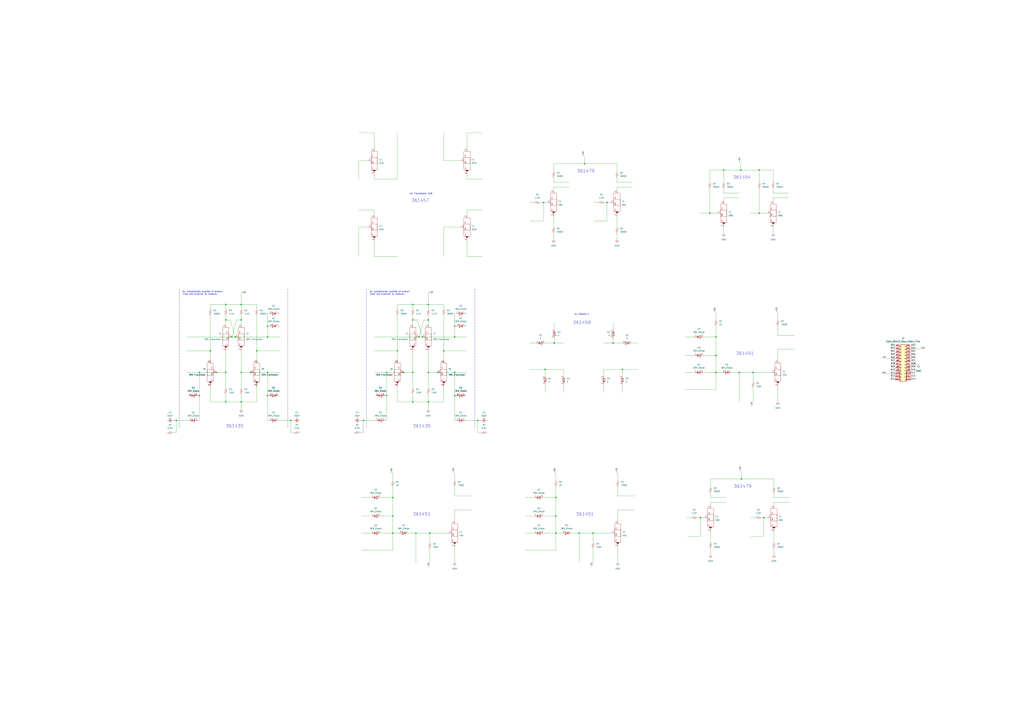
<source format=kicad_sch>
(kicad_sch (version 20211123) (generator eeschema)
  (paper "A1")
  (lib_symbols
    (symbol "Connector_Generic:Conn_02x12_Row_Letter_First" (pin_names (offset 1.016) hide)
      (property "Reference" "J" (at 1.27 15.24 0))
      (property "Value" "Conn_02x12_Row_Letter_First" (at 1.27 -17.78 0))
      (symbol "Conn_02x12_Row_Letter_First_1_1"
        (pin passive line (at -5.08 12.7 0) (length 3.81) (name "Pin_a1") (number "a1"))
        (pin passive line (at -5.08 -10.16 0) (length 3.81) (name "Pin_a10") (number "a10"))
        (pin passive line (at -5.08 -12.7 0) (length 3.81) (name "Pin_a11") (number "a11"))
        (pin passive line (at -5.08 -15.24 0) (length 3.81) (name "Pin_a12") (number "a12"))
        (pin passive line (at -5.08 10.16 0) (length 3.81) (name "Pin_a2") (number "a2"))
        (pin passive line (at -5.08 7.62 0) (length 3.81) (name "Pin_a3") (number "a3"))
        (pin passive line (at -5.08 5.08 0) (length 3.81) (name "Pin_a4") (number "a4"))
        (pin passive line (at -5.08 2.54 0) (length 3.81) (name "Pin_a5") (number "a5"))
        (pin passive line (at -5.08 0 0) (length 3.81) (name "Pin_a6") (number "a6"))
        (pin passive line (at -5.08 -2.54 0) (length 3.81) (name "Pin_a7") (number "a7"))
        (pin passive line (at -5.08 -5.08 0) (length 3.81) (name "Pin_a8") (number "a8"))
        (pin passive line (at -5.08 -7.62 0) (length 3.81) (name "Pin_a9") (number "a9"))
        (pin passive line (at 7.62 12.7 180) (length 3.81) (name "Pin_b1") (number "b1"))
        (pin passive line (at 7.62 -10.16 180) (length 3.81) (name "Pin_b10") (number "b10"))
        (pin passive line (at 7.62 -12.7 180) (length 3.81) (name "Pin_b11") (number "b11"))
        (pin passive line (at 7.62 -15.24 180) (length 3.81) (name "Pin_b12") (number "b12"))
        (pin passive line (at 7.62 10.16 180) (length 3.81) (name "Pin_b2") (number "b2"))
        (pin passive line (at 7.62 7.62 180) (length 3.81) (name "Pin_b3") (number "b3"))
        (pin passive line (at 7.62 5.08 180) (length 3.81) (name "Pin_b4") (number "b4"))
        (pin passive line (at 7.62 2.54 180) (length 3.81) (name "Pin_b5") (number "b5"))
        (pin passive line (at 7.62 0 180) (length 3.81) (name "Pin_b6") (number "b6"))
        (pin passive line (at 7.62 -2.54 180) (length 3.81) (name "Pin_b7") (number "b7"))
        (pin passive line (at 7.62 -5.08 180) (length 3.81) (name "Pin_b8") (number "b8"))
        (pin passive line (at 7.62 -7.62 180) (length 3.81) (name "Pin_b9") (number "b9"))
      )
    )
    (symbol "Device:C_Small" (pin_numbers hide) (pin_names (offset 0.254) hide)
      (property "Reference" "C" (at 0.254 1.778 0))
      (property "Value" "C_Small" (at 0.254 -2.032 0))
      (symbol "C_Small_1_1"
        (pin passive line (at 0 2.54 270) (length 2.032) (name "~") (number "1"))
        (pin passive line (at 0 -2.54 90) (length 2.032) (name "~") (number "2"))
      )
    )
    (symbol "Device:R_Small_US" (pin_numbers hide) (pin_names (offset 0.254) hide)
      (property "Reference" "R" (at 0.762 0.508 0))
      (property "Value" "R_Small_US" (at 0.762 -1.016 0))
      (symbol "R_Small_US_1_1"
        (pin passive line (at 0 2.54 270) (length 1.016) (name "~") (number "1"))
        (pin passive line (at 0 -2.54 90) (length 1.016) (name "~") (number "2"))
      )
    )
    (symbol "IBM_SLT-SLD:IBM_Diode"
      (property "Reference" "D" (at 0 5.08 0))
      (property "Value" "IBM_Diode" (at 0 2.54 0))
      (symbol "IBM_Diode_1_1"
        (pin passive line (at -3.81 0 0) (length 2.54) (name "K") (number "1"))
        (pin passive line (at 3.81 0 180) (length 2.54) (name "A") (number "2"))
      )
    )
    (symbol "IBM_SLT-SLD:IBM_Transistor"
      (property "Reference" "T" (at 0 5.08 0))
      (property "Value" "IBM_Transistor" (at 7.62 8.89 0))
      (symbol "IBM_Transistor_0_0"
        (text "B" (at -1.27 -1.27 0) (effects (font (size 1.27 1.27))))
        (text "C" (at -1.27 3.81 0) (effects (font (size 1.27 1.27))))
        (text "E" (at -1.27 -6.35 0) (effects (font (size 1.27 1.27))))
      )
      (symbol "IBM_Transistor_1_1"
        (pin passive line (at -5.08 0 0) (length 2.54) (name "B") (number "1"))
        (pin passive line (at 0 -11.43 90) (length 2.54) (name "E") (number "2"))
        (pin passive line (at 0 10.16 270) (length 2.54) (name "C") (number "3"))
      )
    )
    (symbol "power:GND" (power) (pin_names (offset 0))
      (property "Value" "GND" (at 0 -3.81 0))
      (symbol "GND_1_1"
        (pin power_in line (at 0 0 270) (length 0) hide (name "GND") (number "1"))
      )
    )
  )
  (junction (at 575.31 425.45))
  (junction (at 480.06 134.62))
  (junction (at 177.8 306.07))
  (junction (at 219.71 306.07))
  (junction (at 346.71 276.86))
  (junction (at 317.5 306.07))
  (junction (at 322.58 408.94))
  (junction (at 322.58 438.15))
  (junction (at 373.38 306.07))
  (junction (at 144.78 345.44))
  (junction (at 331.47 306.07))
  (junction (at 219.71 267.97))
  (junction (at 339.09 250.19))
  (junction (at 198.12 330.2))
  (junction (at 456.565 424.18))
  (junction (at 359.41 306.07))
  (junction (at 588.01 306.07))
  (junction (at 322.58 424.18))
  (junction (at 317.5 325.12))
  (junction (at 498.475 166.37))
  (junction (at 588.01 276.86))
  (junction (at 219.71 276.86))
  (junction (at 210.82 288.2832))
  (junction (at 351.79 306.07))
  (junction (at 351.79 250.19))
  (junction (at 608.33 139.7))
  (junction (at 238.76 345.44))
  (junction (at 475.615 438.15))
  (junction (at 487.045 438.15))
  (junction (at 392.43 345.44))
  (junction (at 582.93 175.26))
  (junction (at 446.405 166.37))
  (junction (at 298.45 345.44))
  (junction (at 351.79 330.2))
  (junction (at 455.295 281.94))
  (junction (at 185.42 250.19))
  (junction (at 339.09 262.89))
  (junction (at 503.555 281.94))
  (junction (at 344.17 276.86))
  (junction (at 185.42 262.89))
  (junction (at 351.79 262.89))
  (junction (at 594.36 139.7))
  (junction (at 364.49 288.2832))
  (junction (at 341.63 438.15))
  (junction (at 608.965 393.7))
  (junction (at 219.71 325.12))
  (junction (at 373.38 276.86))
  (junction (at 623.57 139.7))
  (junction (at 193.04 276.86))
  (junction (at 627.38 425.45))
  (junction (at 373.38 325.12))
  (junction (at 623.57 175.26))
  (junction (at 373.38 267.97))
  (junction (at 198.12 306.07))
  (junction (at 456.565 408.94))
  (junction (at 511.175 303.53))
  (junction (at 185.42 306.07))
  (junction (at 607.06 306.07))
  (junction (at 205.74 306.07))
  (junction (at 353.06 438.15))
  (junction (at 447.675 303.53))
  (junction (at 588.01 292.1))
  (junction (at 172.72 288.29))
  (junction (at 326.39 288.29))
  (junction (at 456.565 438.15))
  (junction (at 190.5 276.86))
  (junction (at 163.83 325.12))
  (junction (at 185.42 330.2))
  (junction (at 198.12 250.19))
  (junction (at 618.49 306.07))
  (junction (at 198.12 262.89))
  (junction (at 163.83 306.07))
  (junction (at 339.09 330.2))
  (junction (at 339.09 306.07))
  (wire (pts (xy 498.475 166.37) (xy 501.65 166.37)))
  (wire (pts (xy 351.79 306.07) (xy 351.79 318.77)))
  (wire (pts (xy 351.79 288.29) (xy 351.79 306.07)))
  (wire (pts (xy 351.79 262.89) (xy 351.79 266.7)))
  (wire (pts (xy 373.38 306.07) (xy 383.54 306.07)))
  (wire (pts (xy 507.365 407.67) (xy 521.335 407.67)))
  (wire (pts (xy 487.045 438.15) (xy 487.045 445.77)))
  (wire (pts (xy 469.265 438.15) (xy 475.615 438.15)))
  (wire (pts (xy 495.935 308.61) (xy 495.935 303.53)))
  (wire (pts (xy 507.365 400.05) (xy 507.365 407.67)))
  (wire (pts (xy 205.74 306.07) (xy 219.71 306.07)))
  (wire (pts (xy 210.82 330.2) (xy 198.12 330.2)))
  (wire (pts (xy 456.565 408.94) (xy 446.405 408.94)))
  (wire (pts (xy 297.18 424.18) (xy 304.8 424.18)))
  (wire (pts (xy 172.72 288.29) (xy 172.72 295.91)))
  (wire (pts (xy 373.38 267.97) (xy 374.65 267.97)))
  (wire (pts (xy 373.38 257.81) (xy 373.38 267.97)))
  (wire (pts (xy 198.12 306.07) (xy 198.12 318.77)))
  (wire (pts (xy 638.81 317.5) (xy 638.81 330.2)))
  (wire (pts (xy 339.09 323.85) (xy 339.09 330.2)))
  (wire (pts (xy 638.81 295.91) (xy 638.81 287.02)))
  (wire (pts (xy 454.66 156.21) (xy 454.66 153.67)))
  (wire (pts (xy 454.66 153.67) (xy 467.36 153.67)))
  (polyline (pts (xy 236.22 237.49) (xy 236.22 351.79)))
  (wire (pts (xy 351.79 250.19) (xy 351.79 254)))
  (wire (pts (xy 373.38 257.81) (xy 374.65 257.81)))
  (wire (pts (xy 607.06 330.2) (xy 607.06 306.07)))
  (wire (pts (xy 562.61 320.04) (xy 588.01 320.04)))
  (wire (pts (xy 456.565 388.62) (xy 456.565 394.97)))
  (wire (pts (xy 312.42 438.15) (xy 322.58 438.15)))
  (wire (pts (xy 172.72 330.2) (xy 172.72 317.5)))
  (wire (pts (xy 219.71 306.07) (xy 229.87 306.07)))
  (wire (pts (xy 562.61 292.1) (xy 570.23 292.1)))
  (wire (pts (xy 748.03 299.72) (xy 754.38 299.72)))
  (wire (pts (xy 583.565 393.7) (xy 608.965 393.7)))
  (wire (pts (xy 326.39 288.29) (xy 326.39 295.91)))
  (wire (pts (xy 594.36 139.7) (xy 594.36 149.86)))
  (wire (pts (xy 487.045 438.15) (xy 502.285 438.15)))
  (wire (pts (xy 335.28 438.15) (xy 341.63 438.15)))
  (wire (pts (xy 307.34 172.72) (xy 307.34 176.53)))
  (wire (pts (xy 295.91 355.6) (xy 298.45 355.6)))
  (wire (pts (xy 322.58 400.05) (xy 322.58 408.94)))
  (wire (pts (xy 495.935 316.23) (xy 495.935 322.58)))
  (wire (pts (xy 185.42 306.07) (xy 185.42 288.29)))
  (wire (pts (xy 307.34 288.29) (xy 326.39 288.29)))
  (wire (pts (xy 298.45 345.44) (xy 295.91 345.44)))
  (wire (pts (xy 228.6 257.81) (xy 229.87 257.81)))
  (wire (pts (xy 353.06 438.15) (xy 368.3 438.15)))
  (wire (pts (xy 382.27 257.81) (xy 383.54 257.81)))
  (wire (pts (xy 627.38 425.45) (xy 630.555 425.45)))
  (wire (pts (xy 456.565 438.15) (xy 461.645 438.15)))
  (wire (pts (xy 339.09 262.89) (xy 342.9 262.89)))
  (wire (pts (xy 608.965 387.35) (xy 608.965 393.7)))
  (wire (pts (xy 498.475 181.61) (xy 498.475 166.37)))
  (wire (pts (xy 487.68 166.37) (xy 491.49 166.37)))
  (wire (pts (xy 351.79 241.3) (xy 351.79 250.19)))
  (wire (pts (xy 583.565 415.29) (xy 583.565 412.75)))
  (wire (pts (xy 189.23 262.89) (xy 193.04 276.86)))
  (wire (pts (xy 454.66 177.8) (xy 454.66 186.69)))
  (wire (pts (xy 638.81 275.59) (xy 652.78 275.59)))
  (wire (pts (xy 198.12 250.19) (xy 198.12 254)))
  (wire (pts (xy 434.975 166.37) (xy 438.785 166.37)))
  (wire (pts (xy 507.365 449.58) (xy 507.365 462.28)))
  (wire (pts (xy 210.82 259.08) (xy 210.82 288.2832)))
  (wire (pts (xy 198.12 306.07) (xy 205.74 306.07)))
  (wire (pts (xy 383.54 172.72) (xy 396.24 172.72)))
  (wire (pts (xy 342.9 262.89) (xy 346.71 276.86)))
  (wire (pts (xy 446.405 438.15) (xy 456.565 438.15)))
  (wire (pts (xy 228.6 267.97) (xy 229.87 267.97)))
  (wire (pts (xy 635.635 393.7) (xy 635.635 400.05)))
  (wire (pts (xy 635 165.1) (xy 635 162.56)))
  (wire (pts (xy 198.12 262.89) (xy 194.31 262.89)))
  (wire (pts (xy 588.01 320.04) (xy 588.01 306.07)))
  (wire (pts (xy 431.165 408.94) (xy 438.785 408.94)))
  (wire (pts (xy 210.82 288.2832) (xy 210.82 295.91)))
  (wire (pts (xy 198.12 330.2) (xy 185.42 330.2)))
  (wire (pts (xy 294.64 210.82) (xy 294.64 186.69)))
  (wire (pts (xy 219.71 257.81) (xy 220.98 257.81)))
  (wire (pts (xy 487.68 181.61) (xy 498.475 181.61)))
  (wire (pts (xy 373.38 306.07) (xy 373.38 325.12)))
  (wire (pts (xy 564.515 440.69) (xy 575.31 440.69)))
  (wire (pts (xy 456.565 452.12) (xy 456.565 438.15)))
  (wire (pts (xy 219.71 345.44) (xy 220.98 345.44)))
  (wire (pts (xy 507.365 388.62) (xy 507.365 394.97)))
  (wire (pts (xy 193.04 276.86) (xy 219.71 276.86)))
  (wire (pts (xy 583.565 455.93) (xy 583.565 450.85)))
  (wire (pts (xy 635.635 450.85) (xy 635.635 455.93)))
  (wire (pts (xy 373.38 388.62) (xy 373.38 394.97)))
  (wire (pts (xy 456.565 424.18) (xy 456.565 438.15)))
  (wire (pts (xy 588.01 256.54) (xy 588.01 262.89)))
  (wire (pts (xy 219.71 306.07) (xy 219.71 325.12)))
  (wire (pts (xy 623.57 139.7) (xy 623.57 149.86)))
  (wire (pts (xy 163.83 325.12) (xy 162.56 325.12)))
  (wire (pts (xy 446.405 166.37) (xy 449.58 166.37)))
  (wire (pts (xy 487.045 450.85) (xy 487.045 462.28)))
  (wire (pts (xy 317.5 345.44) (xy 316.23 345.44)))
  (polyline (pts (xy 300.99 237.49) (xy 300.99 351.79)))
  (wire (pts (xy 443.865 166.37) (xy 446.405 166.37)))
  (wire (pts (xy 339.09 262.89) (xy 339.09 266.7)))
  (wire (pts (xy 163.83 306.07) (xy 163.83 325.12)))
  (wire (pts (xy 153.67 288.29) (xy 172.72 288.29)))
  (wire (pts (xy 297.18 408.94) (xy 304.8 408.94)))
  (wire (pts (xy 185.42 262.89) (xy 185.42 266.7)))
  (wire (pts (xy 582.93 139.7) (xy 594.36 139.7)))
  (wire (pts (xy 351.79 262.89) (xy 347.98 262.89)))
  (wire (pts (xy 219.71 257.81) (xy 219.71 267.97)))
  (wire (pts (xy 434.975 281.94) (xy 440.055 281.94)))
  (wire (pts (xy 307.34 198.12) (xy 307.34 210.82)))
  (wire (pts (xy 383.54 210.82) (xy 396.24 210.82)))
  (wire (pts (xy 185.42 259.08) (xy 185.42 262.89)))
  (wire (pts (xy 635.635 412.75) (xy 648.335 412.75)))
  (wire (pts (xy 456.565 408.94) (xy 456.565 424.18)))
  (wire (pts (xy 351.79 330.2) (xy 351.79 336.55)))
  (wire (pts (xy 455.295 281.94) (xy 462.915 281.94)))
  (wire (pts (xy 353.06 438.15) (xy 353.06 445.77)))
  (wire (pts (xy 347.98 262.89) (xy 344.17 276.86)))
  (wire (pts (xy 198.12 262.89) (xy 198.12 266.7)))
  (wire (pts (xy 172.72 259.08) (xy 172.72 288.29)))
  (wire (pts (xy 307.34 121.92) (xy 307.34 109.22)))
  (wire (pts (xy 511.175 281.94) (xy 503.555 281.94)))
  (wire (pts (xy 373.38 427.99) (xy 373.38 419.1)))
  (wire (pts (xy 185.42 323.85) (xy 185.42 330.2)))
  (wire (pts (xy 339.09 306.07) (xy 339.09 288.29)))
  (wire (pts (xy 431.165 438.15) (xy 438.785 438.15)))
  (wire (pts (xy 455.295 265.43) (xy 455.295 270.51)))
  (wire (pts (xy 511.175 316.23) (xy 511.175 322.58)))
  (wire (pts (xy 383.54 176.53) (xy 383.54 172.72)))
  (wire (pts (xy 635.635 415.29) (xy 635.635 412.75)))
  (wire (pts (xy 594.36 139.7) (xy 608.33 139.7)))
  (wire (pts (xy 198.12 323.85) (xy 198.12 330.2)))
  (wire (pts (xy 364.49 259.08) (xy 364.49 288.2832)))
  (wire (pts (xy 435.61 181.61) (xy 446.405 181.61)))
  (wire (pts (xy 373.38 407.67) (xy 387.35 407.67)))
  (wire (pts (xy 373.38 400.05) (xy 373.38 407.67)))
  (wire (pts (xy 588.01 292.1) (xy 577.85 292.1)))
  (wire (pts (xy 577.85 306.07) (xy 588.01 306.07)))
  (wire (pts (xy 210.82 250.19) (xy 210.82 254)))
  (wire (pts (xy 307.34 147.32) (xy 326.39 147.32)))
  (wire (pts (xy 575.31 175.26) (xy 582.93 175.26)))
  (wire (pts (xy 144.78 345.44) (xy 154.94 345.44)))
  (wire (pts (xy 373.38 419.1) (xy 387.35 419.1)))
  (wire (pts (xy 635 139.7) (xy 635 149.86)))
  (wire (pts (xy 307.34 143.51) (xy 307.34 147.32)))
  (wire (pts (xy 382.27 267.97) (xy 383.54 267.97)))
  (wire (pts (xy 339.09 330.2) (xy 326.39 330.2)))
  (wire (pts (xy 364.49 132.08) (xy 364.49 109.22)))
  (wire (pts (xy 523.875 303.53) (xy 511.175 303.53)))
  (wire (pts (xy 447.675 316.23) (xy 447.675 322.58)))
  (wire (pts (xy 462.915 316.23) (xy 462.915 322.58)))
  (wire (pts (xy 446.405 181.61) (xy 446.405 166.37)))
  (wire (pts (xy 144.78 355.6) (xy 144.78 345.44)))
  (wire (pts (xy 594.36 154.94) (xy 594.36 158.75)))
  (wire (pts (xy 198.12 288.29) (xy 198.12 306.07)))
  (wire (pts (xy 562.61 276.86) (xy 570.23 276.86)))
  (wire (pts (xy 635.635 408.94) (xy 648.335 408.94)))
  (wire (pts (xy 317.5 325.12) (xy 316.23 325.12)))
  (wire (pts (xy 511.175 303.53) (xy 511.175 308.61)))
  (wire (pts (xy 431.165 452.12) (xy 456.565 452.12)))
  (wire (pts (xy 594.36 162.56) (xy 607.06 162.56)))
  (wire (pts (xy 618.49 306.07) (xy 618.49 313.69)))
  (wire (pts (xy 373.38 325.12) (xy 373.38 345.44)))
  (wire (pts (xy 594.36 158.75) (xy 607.06 158.75)))
  (wire (pts (xy 638.81 267.97) (xy 638.81 275.59)))
  (wire (pts (xy 326.39 250.19) (xy 339.09 250.19)))
  (wire (pts (xy 618.49 306.07) (xy 633.73 306.07)))
  (wire (pts (xy 625.475 425.45) (xy 627.38 425.45)))
  (wire (pts (xy 588.01 292.1) (xy 588.01 306.07)))
  (wire (pts (xy 447.675 303.53) (xy 447.675 308.61)))
  (wire (pts (xy 307.34 210.82) (xy 326.39 210.82)))
  (wire (pts (xy 583.565 412.75) (xy 596.265 412.75)))
  (wire (pts (xy 480.06 128.27) (xy 480.06 134.62)))
  (wire (pts (xy 373.38 267.97) (xy 373.38 276.86)))
  (wire (pts (xy 635.635 405.13) (xy 635.635 408.94)))
  (wire (pts (xy 506.73 191.77) (xy 506.73 196.85)))
  (wire (pts (xy 503.555 278.13) (xy 503.555 281.94)))
  (wire (pts (xy 307.34 306.07) (xy 317.5 306.07)))
  (wire (pts (xy 506.73 156.21) (xy 506.73 153.67)))
  (wire (pts (xy 454.66 140.97) (xy 454.66 134.62)))
  (wire (pts (xy 331.47 306.07) (xy 339.09 306.07)))
  (wire (pts (xy 582.93 175.26) (xy 589.28 175.26)))
  (wire (pts (xy 562.61 306.07) (xy 570.23 306.07)))
  (wire (pts (xy 364.49 186.69) (xy 364.49 210.82)))
  (wire (pts (xy 297.18 452.12) (xy 322.58 452.12)))
  (wire (pts (xy 219.71 276.86) (xy 229.87 276.86)))
  (wire (pts (xy 635 162.56) (xy 647.7 162.56)))
  (wire (pts (xy 351.79 306.07) (xy 359.41 306.07)))
  (wire (pts (xy 317.5 306.07) (xy 331.47 306.07)))
  (wire (pts (xy 210.82 317.5) (xy 210.82 330.2)))
  (wire (pts (xy 373.38 276.86) (xy 383.54 276.86)))
  (wire (pts (xy 518.795 281.94) (xy 523.875 281.94)))
  (wire (pts (xy 506.73 146.05) (xy 506.73 149.86)))
  (wire (pts (xy 185.42 250.19) (xy 198.12 250.19)))
  (wire (pts (xy 341.63 462.28) (xy 341.63 438.15)))
  (wire (pts (xy 326.39 330.2) (xy 326.39 317.5)))
  (wire (pts (xy 172.72 250.19) (xy 172.72 254)))
  (wire (pts (xy 172.72 250.19) (xy 185.42 250.19)))
  (wire (pts (xy 297.18 438.15) (xy 304.8 438.15)))
  (wire (pts (xy 351.79 259.08) (xy 351.79 262.89)))
  (wire (pts (xy 294.64 172.72) (xy 307.34 172.72)))
  (wire (pts (xy 298.45 355.6) (xy 298.45 345.44)))
  (wire (pts (xy 392.43 345.44) (xy 394.97 345.44)))
  (wire (pts (xy 294.64 186.69) (xy 302.26 186.69)))
  (wire (pts (xy 163.83 345.44) (xy 162.56 345.44)))
  (wire (pts (xy 351.79 323.85) (xy 351.79 330.2)))
  (wire (pts (xy 194.31 262.89) (xy 190.5 276.86)))
  (wire (pts (xy 382.27 345.44) (xy 392.43 345.44)))
  (wire (pts (xy 623.57 175.26) (xy 629.92 175.26)))
  (wire (pts (xy 326.39 147.32) (xy 326.39 109.22)))
  (wire (pts (xy 462.915 308.61) (xy 462.915 303.53)))
  (wire (pts (xy 563.88 425.45) (xy 567.69 425.45)))
  (wire (pts (xy 307.34 276.86) (xy 344.17 276.86)))
  (wire (pts (xy 748.03 287.02) (xy 755.65 287.02)))
  (wire (pts (xy 219.71 267.97) (xy 220.98 267.97)))
  (wire (pts (xy 608.965 393.7) (xy 635.635 393.7)))
  (wire (pts (xy 607.06 306.07) (xy 618.49 306.07)))
  (wire (pts (xy 346.71 276.86) (xy 373.38 276.86)))
  (wire (pts (xy 322.58 452.12) (xy 322.58 438.15)))
  (wire (pts (xy 378.46 186.69) (xy 364.49 186.69)))
  (wire (pts (xy 454.66 134.62) (xy 480.06 134.62)))
  (wire (pts (xy 511.175 303.53) (xy 495.935 303.53)))
  (wire (pts (xy 575.31 425.45) (xy 578.485 425.45)))
  (wire (pts (xy 322.58 424.18) (xy 322.58 438.15)))
  (wire (pts (xy 353.06 450.85) (xy 353.06 462.28)))
  (wire (pts (xy 198.12 241.3) (xy 198.12 250.19)))
  (wire (pts (xy 351.79 330.2) (xy 339.09 330.2)))
  (wire (pts (xy 475.615 462.28) (xy 475.615 438.15)))
  (wire (pts (xy 635 158.75) (xy 647.7 158.75)))
  (wire (pts (xy 616.585 440.69) (xy 627.38 440.69)))
  (wire (pts (xy 600.71 306.07) (xy 607.06 306.07)))
  (wire (pts (xy 608.33 133.35) (xy 608.33 139.7)))
  (wire (pts (xy 616.585 425.45) (xy 620.395 425.45)))
  (wire (pts (xy 447.675 281.94) (xy 455.295 281.94)))
  (wire (pts (xy 588.01 276.86) (xy 588.01 292.1)))
  (wire (pts (xy 373.38 325.12) (xy 374.65 325.12)))
  (wire (pts (xy 198.12 330.2) (xy 198.12 336.55)))
  (wire (pts (xy 454.66 149.86) (xy 467.36 149.86)))
  (wire (pts (xy 142.24 355.6) (xy 144.78 355.6)))
  (wire (pts (xy 198.12 250.19) (xy 210.82 250.19)))
  (wire (pts (xy 219.71 325.12) (xy 219.71 345.44)))
  (wire (pts (xy 219.71 325.12) (xy 220.98 325.12)))
  (wire (pts (xy 727.71 307.34) (xy 735.33 307.34)))
  (wire (pts (xy 583.565 408.94) (xy 596.265 408.94)))
  (wire (pts (xy 618.49 318.77) (xy 618.49 330.2)))
  (wire (pts (xy 627.38 440.69) (xy 627.38 425.45)))
  (wire (pts (xy 153.67 306.07) (xy 163.83 306.07)))
  (wire (pts (xy 383.54 198.12) (xy 383.54 210.82)))
  (wire (pts (xy 153.67 276.86) (xy 190.5 276.86)))
  (wire (pts (xy 506.73 134.62) (xy 506.73 140.97)))
  (wire (pts (xy 185.42 250.19) (xy 185.42 254)))
  (polyline (pts (xy 389.89 237.49) (xy 389.89 351.79)))
  (wire (pts (xy 317.5 306.07) (xy 317.5 325.12)))
  (wire (pts (xy 341.63 438.15) (xy 353.06 438.15)))
  (wire (pts (xy 339.09 250.19) (xy 339.09 254)))
  (wire (pts (xy 431.165 424.18) (xy 438.785 424.18)))
  (wire (pts (xy 594.36 165.1) (xy 594.36 162.56)))
  (wire (pts (xy 326.39 250.19) (xy 326.39 254)))
  (wire (pts (xy 475.615 438.15) (xy 487.045 438.15)))
  (wire (pts (xy 480.06 134.62) (xy 506.73 134.62)))
  (wire (pts (xy 163.83 325.12) (xy 163.83 345.44)))
  (wire (pts (xy 635.635 436.88) (xy 635.635 445.77)))
  (wire (pts (xy 588.01 276.86) (xy 577.85 276.86)))
  (wire (pts (xy 364.49 250.19) (xy 364.49 254)))
  (wire (pts (xy 454.66 196.85) (xy 454.66 191.77)))
  (wire (pts (xy 608.33 139.7) (xy 623.57 139.7)))
  (wire (pts (xy 294.64 132.08) (xy 294.64 147.32)))
  (wire (pts (xy 298.45 345.44) (xy 308.61 345.44)))
  (wire (pts (xy 454.66 146.05) (xy 454.66 149.86)))
  (wire (pts (xy 447.675 303.53) (xy 462.915 303.53)))
  (wire (pts (xy 456.565 424.18) (xy 446.405 424.18)))
  (polyline (pts (xy 147.32 237.49) (xy 147.32 351.79)))
  (wire (pts (xy 339.09 306.07) (xy 339.09 318.77)))
  (wire (pts (xy 503.555 281.94) (xy 495.935 281.94)))
  (wire (pts (xy 364.49 288.2832) (xy 364.49 295.91)))
  (wire (pts (xy 163.83 306.07) (xy 177.8 306.07)))
  (wire (pts (xy 322.58 424.18) (xy 312.42 424.18)))
  (wire (pts (xy 185.42 330.2) (xy 172.72 330.2)))
  (wire (pts (xy 575.31 440.69) (xy 575.31 425.45)))
  (wire (pts (xy 185.42 306.07) (xy 185.42 318.77)))
  (wire (pts (xy 383.54 109.22) (xy 396.24 109.22)))
  (wire (pts (xy 638.81 256.54) (xy 638.81 262.89)))
  (wire (pts (xy 364.49 288.2832) (xy 383.54 288.2832)))
  (wire (pts (xy 572.77 425.45) (xy 575.31 425.45)))
  (wire (pts (xy 638.81 287.02) (xy 652.78 287.02)))
  (wire (pts (xy 326.39 259.08) (xy 326.39 288.29)))
  (wire (pts (xy 383.54 121.92) (xy 383.54 109.22)))
  (wire (pts (xy 588.01 306.07) (xy 593.09 306.07)))
  (wire (pts (xy 219.71 267.97) (xy 219.71 276.86)))
  (wire (pts (xy 583.565 436.88) (xy 583.565 445.77)))
  (wire (pts (xy 302.26 132.08) (xy 294.64 132.08)))
  (wire (pts (xy 456.565 400.05) (xy 456.565 408.94)))
  (wire (pts (xy 144.78 345.44) (xy 142.24 345.44)))
  (wire (pts (xy 185.42 262.89) (xy 189.23 262.89)))
  (wire (pts (xy 635 154.94) (xy 635 158.75)))
  (wire (pts (xy 583.565 400.05) (xy 583.565 393.7)))
  (wire (pts (xy 588.01 267.97) (xy 588.01 276.86)))
  (wire (pts (xy 378.46 132.08) (xy 364.49 132.08)))
  (wire (pts (xy 455.295 278.13) (xy 455.295 281.94)))
  (wire (pts (xy 503.555 265.43) (xy 503.555 270.51)))
  (wire (pts (xy 238.76 345.44) (xy 241.3 345.44)))
  (wire (pts (xy 322.58 408.94) (xy 312.42 408.94)))
  (wire (pts (xy 322.58 408.94) (xy 322.58 424.18)))
  (wire (pts (xy 635 186.69) (xy 635 191.77)))
  (wire (pts (xy 507.365 419.1) (xy 521.335 419.1)))
  (wire (pts (xy 177.8 306.07) (xy 185.42 306.07)))
  (wire (pts (xy 506.73 153.67) (xy 519.43 153.67)))
  (wire (pts (xy 228.6 345.44) (xy 238.76 345.44)))
  (wire (pts (xy 322.58 438.15) (xy 327.66 438.15)))
  (wire (pts (xy 615.95 175.26) (xy 623.57 175.26)))
  (wire (pts (xy 434.975 303.53) (xy 447.675 303.53)))
  (wire (pts (xy 359.41 306.07) (xy 373.38 306.07)))
  (wire (pts (xy 496.57 166.37) (xy 498.475 166.37)))
  (wire (pts (xy 583.565 405.13) (xy 583.565 408.94)))
  (wire (pts (xy 351.79 250.19) (xy 364.49 250.19)))
  (wire (pts (xy 339.09 250.19) (xy 351.79 250.19)))
  (wire (pts (xy 373.38 345.44) (xy 374.65 345.44)))
  (wire (pts (xy 506.73 149.86) (xy 519.43 149.86)))
  (wire (pts (xy 392.43 355.6) (xy 392.43 345.44)))
  (wire (pts (xy 241.3 355.6) (xy 238.76 355.6)))
  (wire (pts (xy 307.34 109.22) (xy 294.64 109.22)))
  (wire (pts (xy 582.93 149.86) (xy 582.93 139.7)))
  (wire (pts (xy 594.36 186.69) (xy 594.36 191.77)))
  (wire (pts (xy 727.71 294.64) (xy 735.33 294.64)))
  (wire (pts (xy 238.76 355.6) (xy 238.76 345.44)))
  (wire (pts (xy 383.54 147.32) (xy 396.24 147.32)))
  (wire (pts (xy 317.5 325.12) (xy 317.5 345.44)))
  (wire (pts (xy 198.12 259.08) (xy 198.12 262.89)))
  (wire (pts (xy 383.54 143.51) (xy 383.54 147.32)))
  (wire (pts (xy 210.82 288.2832) (xy 229.87 288.2832)))
  (wire (pts (xy 623.57 154.94) (xy 623.57 175.26)))
  (wire (pts (xy 364.49 330.2) (xy 351.79 330.2)))
  (wire (pts (xy 394.97 355.6) (xy 392.43 355.6)))
  (wire (pts (xy 364.49 317.5) (xy 364.49 330.2)))
  (wire (pts (xy 322.58 388.62) (xy 322.58 394.97)))
  (wire (pts (xy 506.73 177.8) (xy 506.73 186.69)))
  (wire (pts (xy 507.365 427.99) (xy 507.365 419.1)))
  (wire (pts (xy 582.93 154.94) (xy 582.93 175.26)))
  (wire (pts (xy 623.57 139.7) (xy 635 139.7)))
  (wire (pts (xy 373.38 449.58) (xy 373.38 462.28)))
  (wire (pts (xy 339.09 259.08) (xy 339.09 262.89)))
  (text "361479" (at 602.615 401.32 0) (effects (font (size 2.54 2.54)) (justify left bottom)))
  (text "361479" (at 473.71 142.24 0) (effects (font (size 2.54 2.54)) (justify left bottom)))
  (text "All Transistors ACB" (at 336.55 160.02 0) (effects (font (size 1.27 1.27)) (justify left bottom)))
  (text "361435" (at 185.42 351.79 0) (effects (font (size 2.54 2.54)) (justify left bottom)))
  (text "361435" (at 339.09 351.79 0) (effects (font (size 2.54 2.54)) (justify left bottom)))
  (text "361451" (at 604.52 292.1 0) (effects (font (size 2.54 2.54)) (justify left bottom)))
  (text "361454" (at 601.98 147.32 0) (effects (font (size 2.54 2.54)) (justify left bottom)))
  (text "All Diodes A" (at 471.805 259.08 0) (effects (font (size 1.27 1.27)) (justify left bottom)))
  (text "361459" (at 470.535 266.7 0) (effects (font (size 2.54 2.54)) (justify left bottom)))
  (text "361457" (at 337.82 166.37 0) (effects (font (size 2.54 2.54)) (justify left bottom)))
  (text "361451" (at 339.09 424.18 0) (effects (font (size 2.54 2.54)) (justify left bottom)))
  (text "361451" (at 473.075 424.18 0) (effects (font (size 2.54 2.54)) (justify left bottom)))
  (text "All components outside of broken\nlines are external to module." (at 303.53 242.57 0) (effects (font (size 1.27 1.27)) (justify left bottom)))
  (text "All components outside of broken\nlines are external to module." (at 149.86 242.57 0) (effects (font (size 1.27 1.27)) (justify left bottom)))
  (label "+3V" (at 507.365 388.62 90))
  (label "+3V" (at 755.65 287.02 0))
  (label "+3V" (at 480.06 128.27 90))
  (label "-3V" (at 727.71 294.64 180))
  (label "+3V" (at 373.38 388.62 90))
  (label "D06" (at 748.03 294.64 0))
  (label "+3V" (at 198.12 241.3 0))
  (label "-3V" (at 618.49 330.2 270))
  (label "+6V" (at 727.71 307.34 180))
  (label "D13" (at 748.03 312.42 0))
  (label "D09" (at 748.03 302.26 0))
  (label "+3V" (at 608.33 133.35 90))
  (label "B12" (at 735.33 309.88 180))
  (label "B02" (at 735.33 284.48 180))
  (label "B11" (at 735.33 307.34 180))
  (label "D07" (at 748.03 297.18 0))
  (label "+3V" (at 608.965 387.35 90))
  (label "B10" (at 735.33 304.8 180))
  (label "B09" (at 735.33 302.26 180))
  (label "D02" (at 748.03 284.48 0))
  (label "B05" (at 735.33 292.1 180))
  (label "+6V" (at 456.565 388.62 90))
  (label "B04" (at 735.33 289.56 180))
  (label "+3V" (at 638.81 256.54 90))
  (label "D05" (at 748.03 292.1 0))
  (label "B13" (at 735.33 312.42 180))
  (label "D11" (at 748.03 307.34 0))
  (label "B08" (at 735.33 299.72 180))
  (label "-3V" (at 487.045 462.28 270))
  (label "+6V" (at 322.58 388.62 90))
  (label "+6V" (at 588.01 256.54 90))
  (label "D04" (at 748.03 289.56 0))
  (label "B03" (at 735.33 287.02 180))
  (label "B06" (at 735.33 294.64 180))
  (label "D12" (at 748.03 309.88 0))
  (label "D08" (at 748.03 299.72 0))
  (label "B07" (at 735.33 297.18 180))
  (label "D03" (at 748.03 287.02 0))
  (label "D10" (at 748.03 304.8 0))
  (label "-3V" (at 353.06 462.28 270))
  (label "+3V" (at 351.79 241.3 0))
  (symbol (lib_id "IBM_SLT-SLD:IBM_Transistor") (at 198.12 276.86 0) (unit 1)
    (property "Reference" "T?" (at 201.93 274.32 0) (effects (justify left)))
    (property "Value" "IBM_Transistor" (at 201.93 278.7649 0) (effects (justify left)))
  )
  (symbol (lib_id "IBM_SLT-SLD:IBM_Transistor") (at 351.79 276.86 0) (unit 1)
    (property "Reference" "T?" (at 355.6 274.32 0) (effects (justify left)))
    (property "Value" "IBM_Transistor" (at 355.6 278.7649 0) (effects (justify left)))
  )
  (symbol (lib_id "power:GND") (at 351.79 336.55 0) (unit 1)
    (property "Reference" "#PWR?" (effects hide))
    (property "Value" "GND" (at 351.79 341.63 0))
  )
  (symbol (lib_id "IBM_SLT-SLD:IBM_Diode") (at 574.04 306.07 0) (unit 1)
    (property "Reference" "D?" (at 574.04 299.72 0))
    (property "Value" "IBM_Diode" (at 574.04 302.26 0))
    (property "Footprint" "Diode_SMD:D_0201_0603Metric" (effects hide))
  )
  (symbol (lib_id "Device:R_Small_US") (at 570.23 425.45 90) (unit 1)
    (property "Reference" "R?" (at 570.23 419.1 90))
    (property "Value" "1.2K" (at 570.23 421.64 90))
    (property "Footprint" "Resistor_SMD:R_0201_0603Metric" (effects hide))
  )
  (symbol (lib_id "Device:R_Small_US") (at 618.49 316.23 0) (unit 1)
    (property "Reference" "R?" (at 621.03 314.9599 0) (effects (justify left)))
    (property "Value" "3.6K" (at 621.03 317.4999 0) (effects (justify left)))
    (property "Footprint" "Resistor_SMD:R_0201_0603Metric" (effects hide))
  )
  (symbol (lib_id "Device:R_Small_US") (at 441.325 166.37 90) (unit 1)
    (property "Reference" "R?" (at 441.325 160.02 90))
    (property "Value" "1.2K" (at 441.325 162.56 90))
    (property "Footprint" "Resistor_SMD:R_0201_0603Metric" (effects hide))
  )
  (symbol (lib_id "Device:R_Small_US") (at 198.12 256.54 180) (unit 1)
    (property "Reference" "R?" (at 200.66 255.2699 0) (effects (justify right)))
    (property "Value" "1.4K" (at 200.66 257.8099 0) (effects (justify right)))
    (property "Footprint" "Resistor_SMD:R_0201_0603Metric" (effects hide))
  )
  (symbol (lib_id "IBM_SLT-SLD:IBM_Diode") (at 378.46 325.12 180) (unit 1)
    (property "Reference" "D?" (at 378.46 318.77 0))
    (property "Value" "IBM_Diode" (at 378.46 321.31 0))
    (property "Footprint" "Diode_SMD:D_0201_0603Metric" (effects hide))
  )
  (symbol (lib_id "Device:C_Small") (at 243.84 345.44 270) (mirror x) (unit 1)
    (property "Reference" "C?" (at 243.8337 339.09 90))
    (property "Value" "33pF" (at 243.8337 341.63 90))
  )
  (symbol (lib_id "Device:R_Small_US") (at 494.03 166.37 90) (unit 1)
    (property "Reference" "R?" (at 494.03 160.02 90))
    (property "Value" "1.2K" (at 494.03 162.56 90))
    (property "Footprint" "Resistor_SMD:R_0201_0603Metric" (effects hide))
  )
  (symbol (lib_id "Device:R_Small_US") (at 454.66 189.23 0) (unit 1)
    (property "Reference" "R?" (at 457.2 187.9599 0) (effects (justify left)))
    (property "Value" "200Ω" (at 457.2 190.4999 0) (effects (justify left)))
    (property "Footprint" "Resistor_SMD:R_0201_0603Metric" (effects hide))
  )
  (symbol (lib_id "IBM_SLT-SLD:IBM_Transistor") (at 185.42 276.86 0) (mirror y) (unit 1)
    (property "Reference" "T?" (at 181.61 274.32 0) (effects (justify left)))
    (property "Value" "IBM_Transistor" (at 181.61 278.7649 0) (effects (justify left)))
  )
  (symbol (lib_id "IBM_SLT-SLD:IBM_Transistor") (at 635 175.26 0) (unit 1)
    (property "Reference" "T?" (at 638.81 174.6249 0) (effects (justify left)))
    (property "Value" "ABB" (at 638.81 177.1649 0) (effects (justify left)))
  )
  (symbol (lib_id "IBM_SLT-SLD:IBM_Transistor") (at 506.73 166.37 0) (unit 1)
    (property "Reference" "T?" (at 510.54 165.7349 0) (effects (justify left)))
    (property "Value" "ABA" (at 510.54 168.2749 0) (effects (justify left)))
  )
  (symbol (lib_id "IBM_SLT-SLD:IBM_Transistor") (at 594.36 175.26 0) (unit 1)
    (property "Reference" "T?" (at 598.17 174.6249 0) (effects (justify left)))
    (property "Value" "ABB" (at 598.17 177.1649 0) (effects (justify left)))
  )
  (symbol (lib_id "power:GND") (at 583.565 455.93 0) (unit 1)
    (property "Reference" "#PWR?" (effects hide))
    (property "Value" "GND" (at 583.565 461.01 0))
  )
  (symbol (lib_id "Device:R_Small_US") (at 588.01 265.43 0) (unit 1)
    (property "Reference" "R?" (at 590.55 264.1599 0) (effects (justify left)))
    (property "Value" "2K" (at 590.55 266.6999 0) (effects (justify left)))
    (property "Footprint" "Resistor_SMD:R_0201_0603Metric" (effects hide))
  )
  (symbol (lib_id "IBM_SLT-SLD:IBM_Diode") (at 511.175 312.42 90) (unit 1)
    (property "Reference" "D?" (at 513.715 311.1499 90) (effects (justify right)))
    (property "Value" "A" (at 513.715 313.6899 90) (effects (justify right)))
    (property "Footprint" "Diode_SMD:D_0201_0603Metric" (effects hide))
  )
  (symbol (lib_id "Device:R_Small_US") (at 582.93 152.4 0) (unit 1)
    (property "Reference" "R?" (at 585.47 151.1299 0) (effects (justify left)))
    (property "Value" "550Ω" (at 585.47 153.6699 0) (effects (justify left)))
    (property "Footprint" "Resistor_SMD:R_0201_0603Metric" (effects hide))
  )
  (symbol (lib_id "Device:R_Small_US") (at 487.045 448.31 0) (unit 1)
    (property "Reference" "R?" (at 489.585 447.0399 0) (effects (justify left)))
    (property "Value" "3.6K" (at 489.585 449.5799 0) (effects (justify left)))
    (property "Footprint" "Resistor_SMD:R_0201_0603Metric" (effects hide))
  )
  (symbol (lib_id "IBM_SLT-SLD:IBM_Diode") (at 442.595 438.15 0) (unit 1)
    (property "Reference" "D?" (at 442.595 431.8 0))
    (property "Value" "IBM_Diode" (at 442.595 434.34 0))
    (property "Footprint" "Diode_SMD:D_0201_0603Metric" (effects hide))
  )
  (symbol (lib_id "IBM_SLT-SLD:IBM_Diode") (at 331.47 438.15 180) (unit 1)
    (property "Reference" "D?" (at 331.47 431.8 0))
    (property "Value" "IBM_Diode" (at 331.47 434.34 0))
    (property "Footprint" "Diode_SMD:D_0201_0603Metric" (effects hide))
  )
  (symbol (lib_id "IBM_SLT-SLD:IBM_Transistor") (at 210.82 306.07 0) (unit 1)
    (property "Reference" "T?" (at 214.63 303.53 0) (effects (justify left)))
    (property "Value" "IBM_Transistor" (at 214.63 307.9749 0) (effects (justify left)))
  )
  (symbol (lib_id "Device:R_Small_US") (at 583.565 448.31 0) (unit 1)
    (property "Reference" "R?" (at 586.105 447.0399 0) (effects (justify left)))
    (property "Value" "200Ω" (at 586.105 449.5799 0) (effects (justify left)))
    (property "Footprint" "Resistor_SMD:R_0201_0603Metric" (effects hide))
  )
  (symbol (lib_id "power:GND") (at 506.73 196.85 0) (unit 1)
    (property "Reference" "#PWR?" (effects hide))
    (property "Value" "GND" (at 506.73 201.93 0))
  )
  (symbol (lib_id "IBM_SLT-SLD:IBM_Diode") (at 378.46 257.81 180) (unit 1)
    (property "Reference" "D?" (at 378.46 251.46 0))
    (property "Value" "IBM_Diode" (at 378.46 254 0))
    (property "Footprint" "Diode_SMD:D_0201_0603Metric" (effects hide))
  )
  (symbol (lib_id "IBM_SLT-SLD:IBM_Transistor") (at 383.54 186.69 0) (unit 1)
    (property "Reference" "T?" (at 387.35 186.0549 0) (effects (justify left)))
    (property "Value" "ACB" (at 387.35 188.5949 0) (effects (justify left)))
  )
  (symbol (lib_id "IBM_SLT-SLD:IBM_Diode") (at 574.04 276.86 0) (unit 1)
    (property "Reference" "D?" (at 574.04 270.51 0))
    (property "Value" "IBM_Diode" (at 574.04 273.05 0))
    (property "Footprint" "Diode_SMD:D_0201_0603Metric" (effects hide))
  )
  (symbol (lib_id "Device:R_Small_US") (at 243.84 355.6 90) (mirror x) (unit 1)
    (property "Reference" "R?" (at 243.84 349.25 90))
    (property "Value" "2.5K" (at 243.84 351.79 90))
    (property "Footprint" "Resistor_SMD:R_0201_0603Metric" (effects hide))
  )
  (symbol (lib_id "Device:R_Small_US") (at 185.42 321.31 180) (unit 1)
    (property "Reference" "R?" (at 187.96 320.0399 0) (effects (justify right)))
    (property "Value" "1.6K" (at 187.96 322.5799 0) (effects (justify right)))
    (property "Footprint" "Resistor_SMD:R_0201_0603Metric" (effects hide))
  )
  (symbol (lib_id "Device:R_Small_US") (at 594.36 152.4 0) (unit 1)
    (property "Reference" "R?" (at 596.9 151.1299 0) (effects (justify left)))
    (property "Value" "350Ω" (at 596.9 153.6699 0) (effects (justify left)))
    (property "Footprint" "Resistor_SMD:R_0201_0603Metric" (effects hide))
  )
  (symbol (lib_id "IBM_SLT-SLD:IBM_Diode") (at 158.75 345.44 0) (mirror x) (unit 1)
    (property "Reference" "D?" (at 158.75 339.09 0))
    (property "Value" "IBM_Diode" (at 158.75 341.63 0))
    (property "Footprint" "Diode_SMD:D_0201_0603Metric" (effects hide))
  )
  (symbol (lib_id "Device:C_Small") (at 139.7 345.44 90) (unit 1)
    (property "Reference" "C?" (at 139.7063 339.09 90))
    (property "Value" "33pF" (at 139.7063 341.63 90))
  )
  (symbol (lib_id "IBM_SLT-SLD:IBM_Diode") (at 308.61 424.18 0) (unit 1)
    (property "Reference" "D?" (at 308.61 417.83 0))
    (property "Value" "IBM_Diode" (at 308.61 420.37 0))
    (property "Footprint" "Diode_SMD:D_0201_0603Metric" (effects hide))
  )
  (symbol (lib_id "IBM_SLT-SLD:IBM_Diode") (at 465.455 438.15 180) (unit 1)
    (property "Reference" "D?" (at 465.455 431.8 0))
    (property "Value" "IBM_Diode" (at 465.455 434.34 0))
    (property "Footprint" "Diode_SMD:D_0201_0603Metric" (effects hide))
  )
  (symbol (lib_id "IBM_SLT-SLD:IBM_Diode") (at 514.985 281.94 180) (unit 1)
    (property "Reference" "D?" (at 514.985 275.59 0))
    (property "Value" "A" (at 514.985 278.13 0))
    (property "Footprint" "Diode_SMD:D_0201_0603Metric" (effects hide))
  )
  (symbol (lib_id "Device:R_Small_US") (at 583.565 402.59 0) (unit 1)
    (property "Reference" "R?" (at 586.105 401.3199 0) (effects (justify left)))
    (property "Value" "350Ω" (at 586.105 403.8599 0) (effects (justify left)))
    (property "Footprint" "Resistor_SMD:R_0201_0603Metric" (effects hide))
  )
  (symbol (lib_id "IBM_SLT-SLD:IBM_Transistor") (at 383.54 132.08 0) (unit 1)
    (property "Reference" "T?" (at 387.35 131.4449 0) (effects (justify left)))
    (property "Value" "ACB" (at 387.35 133.9849 0) (effects (justify left)))
  )
  (symbol (lib_id "IBM_SLT-SLD:IBM_Diode") (at 308.61 408.94 0) (unit 1)
    (property "Reference" "D?" (at 308.61 402.59 0))
    (property "Value" "IBM_Diode" (at 308.61 405.13 0))
    (property "Footprint" "Diode_SMD:D_0201_0603Metric" (effects hide))
  )
  (symbol (lib_id "Device:R_Small_US") (at 623.57 152.4 0) (unit 1)
    (property "Reference" "R?" (at 626.11 151.1299 0) (effects (justify left)))
    (property "Value" "550Ω" (at 626.11 153.6699 0) (effects (justify left)))
    (property "Footprint" "Resistor_SMD:R_0201_0603Metric" (effects hide))
  )
  (symbol (lib_id "Device:R_Small_US") (at 635.635 402.59 0) (unit 1)
    (property "Reference" "R?" (at 638.175 401.3199 0) (effects (justify left)))
    (property "Value" "350Ω" (at 638.175 403.8599 0) (effects (justify left)))
    (property "Footprint" "Resistor_SMD:R_0201_0603Metric" (effects hide))
  )
  (symbol (lib_id "IBM_SLT-SLD:IBM_Diode") (at 312.42 345.44 0) (mirror x) (unit 1)
    (property "Reference" "D?" (at 312.42 339.09 0))
    (property "Value" "IBM_Diode" (at 312.42 341.63 0))
    (property "Footprint" "Diode_SMD:D_0201_0603Metric" (effects hide))
  )
  (symbol (lib_id "IBM_SLT-SLD:IBM_Diode") (at 447.675 312.42 90) (unit 1)
    (property "Reference" "D?" (at 450.215 311.1499 90) (effects (justify right)))
    (property "Value" "A" (at 450.215 313.6899 90) (effects (justify right)))
    (property "Footprint" "Diode_SMD:D_0201_0603Metric" (effects hide))
  )
  (symbol (lib_id "IBM_SLT-SLD:IBM_Transistor") (at 507.365 438.15 0) (unit 1)
    (property "Reference" "T?" (at 511.175 437.5149 0) (effects (justify left)))
    (property "Value" "AAA" (at 511.175 440.0549 0) (effects (justify left)))
    (property "Footprint" "Package_TO_SOT_SMD:SOT-883" (effects hide))
  )
  (symbol (lib_id "Device:R_Small_US") (at 456.565 397.51 0) (unit 1)
    (property "Reference" "R?" (at 459.105 396.2399 0) (effects (justify left)))
    (property "Value" "2K" (at 459.105 398.7799 0) (effects (justify left)))
    (property "Footprint" "Resistor_SMD:R_0201_0603Metric" (effects hide))
  )
  (symbol (lib_id "IBM_SLT-SLD:IBM_Diode") (at 224.79 325.12 180) (unit 1)
    (property "Reference" "D?" (at 224.79 318.77 0))
    (property "Value" "IBM_Diode" (at 224.79 321.31 0))
    (property "Footprint" "Diode_SMD:D_0201_0603Metric" (effects hide))
  )
  (symbol (lib_id "Device:R_Small_US") (at 622.935 425.45 90) (unit 1)
    (property "Reference" "R?" (at 622.935 419.1 90))
    (property "Value" "1.2K" (at 622.935 421.64 90))
    (property "Footprint" "Resistor_SMD:R_0201_0603Metric" (effects hide))
  )
  (symbol (lib_id "power:GND") (at 635.635 455.93 0) (unit 1)
    (property "Reference" "#PWR?" (effects hide))
    (property "Value" "GND" (at 635.635 461.01 0))
  )
  (symbol (lib_id "IBM_SLT-SLD:IBM_Diode") (at 378.46 345.44 180) (unit 1)
    (property "Reference" "D?" (at 378.46 339.09 0))
    (property "Value" "IBM_Diode" (at 378.46 341.63 0))
    (property "Footprint" "Diode_SMD:D_0201_0603Metric" (effects hide))
  )
  (symbol (lib_id "Device:R_Small_US") (at 322.58 397.51 0) (unit 1)
    (property "Reference" "R?" (at 325.12 396.2399 0) (effects (justify left)))
    (property "Value" "2K" (at 325.12 398.7799 0) (effects (justify left)))
    (property "Footprint" "Resistor_SMD:R_0201_0603Metric" (effects hide))
  )
  (symbol (lib_id "Device:R_Small_US") (at 172.72 256.54 180) (unit 1)
    (property "Reference" "R?" (at 175.26 255.2699 0) (effects (justify right)))
    (property "Value" "350Ω" (at 175.26 257.8099 0) (effects (justify right)))
    (property "Footprint" "Resistor_SMD:R_0201_0603Metric" (effects hide))
  )
  (symbol (lib_id "IBM_SLT-SLD:IBM_Diode") (at 308.61 438.15 0) (unit 1)
    (property "Reference" "D?" (at 308.61 431.8 0))
    (property "Value" "IBM_Diode" (at 308.61 434.34 0))
    (property "Footprint" "Diode_SMD:D_0201_0603Metric" (effects hide))
  )
  (symbol (lib_id "IBM_SLT-SLD:IBM_Diode") (at 378.46 267.97 180) (unit 1)
    (property "Reference" "D?" (at 378.46 261.62 0))
    (property "Value" "IBM_Diode" (at 378.46 264.16 0))
    (property "Footprint" "Diode_SMD:D_0201_0603Metric" (effects hide))
  )
  (symbol (lib_id "IBM_SLT-SLD:IBM_Diode") (at 224.79 345.44 180) (unit 1)
    (property "Reference" "D?" (at 224.79 339.09 0))
    (property "Value" "IBM_Diode" (at 224.79 341.63 0))
    (property "Footprint" "Diode_SMD:D_0201_0603Metric" (effects hide))
  )
  (symbol (lib_id "Device:R_Small_US") (at 339.09 321.31 180) (unit 1)
    (property "Reference" "R?" (at 341.63 320.0399 0) (effects (justify right)))
    (property "Value" "1.6K" (at 341.63 322.5799 0) (effects (justify right)))
    (property "Footprint" "Resistor_SMD:R_0201_0603Metric" (effects hide))
  )
  (symbol (lib_id "IBM_SLT-SLD:IBM_Diode") (at 455.295 274.32 270) (unit 1)
    (property "Reference" "D?" (at 457.835 273.0499 90) (effects (justify left)))
    (property "Value" "A" (at 457.835 275.5899 90) (effects (justify left)))
    (property "Footprint" "Diode_SMD:D_0201_0603Metric" (effects hide))
  )
  (symbol (lib_id "Device:C_Small") (at 397.51 345.44 270) (mirror x) (unit 1)
    (property "Reference" "C?" (at 397.5037 339.09 90))
    (property "Value" "33pF" (at 397.5037 341.63 90))
  )
  (symbol (lib_id "IBM_SLT-SLD:IBM_Transistor") (at 638.81 306.07 0) (unit 1)
    (property "Reference" "T?" (at 642.62 305.4349 0) (effects (justify left)))
    (property "Value" "AAA" (at 642.62 307.9749 0) (effects (justify left)))
    (property "Footprint" "Package_TO_SOT_SMD:SOT-883" (effects hide))
  )
  (symbol (lib_id "IBM_SLT-SLD:IBM_Transistor") (at 307.34 132.08 0) (unit 1)
    (property "Reference" "T?" (at 311.15 131.4449 0) (effects (justify left)))
    (property "Value" "ACB" (at 311.15 133.9849 0) (effects (justify left)))
  )
  (symbol (lib_id "power:GND") (at 507.365 462.28 0) (unit 1)
    (property "Reference" "#PWR?" (effects hide))
    (property "Value" "GND" (at 507.365 467.36 0))
  )
  (symbol (lib_id "Device:R_Small_US") (at 326.39 256.54 180) (unit 1)
    (property "Reference" "R?" (at 328.93 255.2699 0) (effects (justify right)))
    (property "Value" "350Ω" (at 328.93 257.8099 0) (effects (justify right)))
    (property "Footprint" "Resistor_SMD:R_0201_0603Metric" (effects hide))
  )
  (symbol (lib_id "IBM_SLT-SLD:IBM_Diode") (at 442.595 408.94 0) (unit 1)
    (property "Reference" "D?" (at 442.595 402.59 0))
    (property "Value" "IBM_Diode" (at 442.595 405.13 0))
    (property "Footprint" "Diode_SMD:D_0201_0603Metric" (effects hide))
  )
  (symbol (lib_id "IBM_SLT-SLD:IBM_Diode") (at 443.865 281.94 0) (unit 1)
    (property "Reference" "D?" (at 443.865 275.59 0))
    (property "Value" "A" (at 443.865 278.13 0))
    (property "Footprint" "Diode_SMD:D_0201_0603Metric" (effects hide))
  )
  (symbol (lib_id "IBM_SLT-SLD:IBM_Diode") (at 224.79 267.97 180) (unit 1)
    (property "Reference" "D?" (at 224.79 261.62 0))
    (property "Value" "IBM_Diode" (at 224.79 264.16 0))
    (property "Footprint" "Diode_SMD:D_0201_0603Metric" (effects hide))
  )
  (symbol (lib_id "Device:R_Small_US") (at 351.79 321.31 180) (unit 1)
    (property "Reference" "R?" (at 354.33 320.0399 0) (effects (justify right)))
    (property "Value" "1.6K" (at 354.33 322.5799 0) (effects (justify right)))
    (property "Footprint" "Resistor_SMD:R_0201_0603Metric" (effects hide))
  )
  (symbol (lib_id "IBM_SLT-SLD:IBM_Diode") (at 462.915 312.42 90) (unit 1)
    (property "Reference" "D?" (at 465.455 311.1499 90) (effects (justify right)))
    (property "Value" "A" (at 465.455 313.6899 90) (effects (justify right)))
    (property "Footprint" "Diode_SMD:D_0201_0603Metric" (effects hide))
  )
  (symbol (lib_id "power:GND") (at 454.66 196.85 0) (unit 1)
    (property "Reference" "#PWR?" (effects hide))
    (property "Value" "GND" (at 454.66 201.93 0))
  )
  (symbol (lib_id "IBM_SLT-SLD:IBM_Diode") (at 158.75 325.12 0) (mirror x) (unit 1)
    (property "Reference" "D?" (at 158.75 318.77 0))
    (property "Value" "IBM_Diode" (at 158.75 321.31 0))
    (property "Footprint" "Diode_SMD:D_0201_0603Metric" (effects hide))
  )
  (symbol (lib_id "power:GND") (at 754.38 299.72 0) (unit 1)
    (property "Reference" "#PWR?" (effects hide))
    (property "Value" "GND" (at 754.38 304.8 0))
  )
  (symbol (lib_id "IBM_SLT-SLD:IBM_Transistor") (at 364.49 306.07 0) (unit 1)
    (property "Reference" "T?" (at 368.3 303.53 0) (effects (justify left)))
    (property "Value" "IBM_Transistor" (at 368.3 307.9749 0) (effects (justify left)))
  )
  (symbol (lib_id "power:GND") (at 198.12 336.55 0) (unit 1)
    (property "Reference" "#PWR?" (effects hide))
    (property "Value" "GND" (at 198.12 341.63 0))
  )
  (symbol (lib_id "Device:R_Small_US") (at 397.51 355.6 90) (mirror x) (unit 1)
    (property "Reference" "R?" (at 397.51 349.25 90))
    (property "Value" "2.5K" (at 397.51 351.79 90))
    (property "Footprint" "Resistor_SMD:R_0201_0603Metric" (effects hide))
  )
  (symbol (lib_id "Device:R_Small_US") (at 210.82 256.54 180) (unit 1)
    (property "Reference" "R?" (at 213.36 255.2699 0) (effects (justify right)))
    (property "Value" "350Ω" (at 213.36 257.8099 0) (effects (justify right)))
    (property "Footprint" "Resistor_SMD:R_0201_0603Metric" (effects hide))
  )
  (symbol (lib_id "Device:R_Small_US") (at 506.73 189.23 0) (unit 1)
    (property "Reference" "R?" (at 509.27 187.9599 0) (effects (justify left)))
    (property "Value" "200Ω" (at 509.27 190.4999 0) (effects (justify left)))
    (property "Footprint" "Resistor_SMD:R_0201_0603Metric" (effects hide))
  )
  (symbol (lib_id "Device:R_Small_US") (at 454.66 143.51 0) (unit 1)
    (property "Reference" "R?" (at 457.2 142.2399 0) (effects (justify left)))
    (property "Value" "350Ω" (at 457.2 144.7799 0) (effects (justify left)))
    (property "Footprint" "Resistor_SMD:R_0201_0603Metric" (effects hide))
  )
  (symbol (lib_id "Device:R_Small_US") (at 635.635 448.31 0) (unit 1)
    (property "Reference" "R?" (at 638.175 447.0399 0) (effects (justify left)))
    (property "Value" "200Ω" (at 638.175 449.5799 0) (effects (justify left)))
    (property "Footprint" "Resistor_SMD:R_0201_0603Metric" (effects hide))
  )
  (symbol (lib_id "IBM_SLT-SLD:IBM_Diode") (at 312.42 325.12 0) (mirror x) (unit 1)
    (property "Reference" "D?" (at 312.42 318.77 0))
    (property "Value" "IBM_Diode" (at 312.42 321.31 0))
    (property "Footprint" "Diode_SMD:D_0201_0603Metric" (effects hide))
  )
  (symbol (lib_id "IBM_SLT-SLD:IBM_Diode") (at 503.555 274.32 90) (mirror x) (unit 1)
    (property "Reference" "D?" (at 501.015 273.0499 90) (effects (justify left)))
    (property "Value" "A" (at 501.015 275.5899 90) (effects (justify left)))
    (property "Footprint" "Diode_SMD:D_0201_0603Metric" (effects hide))
  )
  (symbol (lib_id "IBM_SLT-SLD:IBM_Transistor") (at 326.39 306.07 0) (mirror y) (unit 1)
    (property "Reference" "T?" (at 322.58 303.53 0) (effects (justify left)))
    (property "Value" "IBM_Transistor" (at 322.58 307.9749 0) (effects (justify left)))
  )
  (symbol (lib_id "IBM_SLT-SLD:IBM_Transistor") (at 172.72 306.07 0) (mirror y) (unit 1)
    (property "Reference" "T?" (at 168.91 303.53 0) (effects (justify left)))
    (property "Value" "IBM_Transistor" (at 168.91 307.9749 0) (effects (justify left)))
  )
  (symbol (lib_id "IBM_SLT-SLD:IBM_Diode") (at 442.595 424.18 0) (unit 1)
    (property "Reference" "D?" (at 442.595 417.83 0))
    (property "Value" "IBM_Diode" (at 442.595 420.37 0))
    (property "Footprint" "Diode_SMD:D_0201_0603Metric" (effects hide))
  )
  (symbol (lib_id "Device:R_Small_US") (at 506.73 143.51 0) (unit 1)
    (property "Reference" "R?" (at 509.27 142.2399 0) (effects (justify left)))
    (property "Value" "350Ω" (at 509.27 144.7799 0) (effects (justify left)))
    (property "Footprint" "Resistor_SMD:R_0201_0603Metric" (effects hide))
  )
  (symbol (lib_id "Device:R_Small_US") (at 507.365 397.51 0) (unit 1)
    (property "Reference" "R?" (at 509.905 396.2399 0) (effects (justify left)))
    (property "Value" "750Ω" (at 509.905 398.7799 0) (effects (justify left)))
    (property "Footprint" "Resistor_SMD:R_0201_0603Metric" (effects hide))
  )
  (symbol (lib_id "IBM_SLT-SLD:IBM_Diode") (at 224.79 257.81 180) (unit 1)
    (property "Reference" "D?" (at 224.79 251.46 0))
    (property "Value" "IBM_Diode" (at 224.79 254 0))
    (property "Footprint" "Diode_SMD:D_0201_0603Metric" (effects hide))
  )
  (symbol (lib_id "power:GND") (at 635 191.77 0) (unit 1)
    (property "Reference" "#PWR?" (effects hide))
    (property "Value" "GND" (at 635 196.85 0))
  )
  (symbol (lib_id "Device:R_Small_US") (at 351.79 256.54 180) (unit 1)
    (property "Reference" "R?" (at 354.33 255.2699 0) (effects (justify right)))
    (property "Value" "1.4K" (at 354.33 257.8099 0) (effects (justify right)))
    (property "Footprint" "Resistor_SMD:R_0201_0603Metric" (effects hide))
  )
  (symbol (lib_id "IBM_SLT-SLD:IBM_Transistor") (at 454.66 166.37 0) (unit 1)
    (property "Reference" "T?" (at 458.47 165.7349 0) (effects (justify left)))
    (property "Value" "ABA" (at 458.47 168.2749 0) (effects (justify left)))
  )
  (symbol (lib_id "IBM_SLT-SLD:IBM_Diode") (at 495.935 312.42 90) (unit 1)
    (property "Reference" "D?" (at 498.475 311.1499 90) (effects (justify right)))
    (property "Value" "A" (at 498.475 313.6899 90) (effects (justify right)))
    (property "Footprint" "Diode_SMD:D_0201_0603Metric" (effects hide))
  )
  (symbol (lib_id "IBM_SLT-SLD:IBM_Transistor") (at 635.635 425.45 0) (unit 1)
    (property "Reference" "T?" (at 639.445 424.8149 0) (effects (justify left)))
    (property "Value" "ABA" (at 639.445 427.3549 0) (effects (justify left)))
  )
  (symbol (lib_id "Device:R_Small_US") (at 139.7 355.6 90) (mirror x) (unit 1)
    (property "Reference" "R?" (at 139.7 349.25 90))
    (property "Value" "2.5K" (at 139.7 351.79 90))
    (property "Footprint" "Resistor_SMD:R_0201_0603Metric" (effects hide))
  )
  (symbol (lib_id "Device:R_Small_US") (at 635 152.4 0) (unit 1)
    (property "Reference" "R?" (at 637.54 151.1299 0) (effects (justify left)))
    (property "Value" "350Ω" (at 637.54 153.6699 0) (effects (justify left)))
    (property "Footprint" "Resistor_SMD:R_0201_0603Metric" (effects hide))
  )
  (symbol (lib_id "IBM_SLT-SLD:IBM_Transistor") (at 373.38 438.15 0) (unit 1)
    (property "Reference" "T?" (at 377.19 437.5149 0) (effects (justify left)))
    (property "Value" "AAA" (at 377.19 440.0549 0) (effects (justify left)))
    (property "Footprint" "Package_TO_SOT_SMD:SOT-883" (effects hide))
  )
  (symbol (lib_id "Connector_Generic:Conn_02x12_Row_Letter_First") (at 740.41 297.18 0) (unit 1)
    (property "Reference" "J?" (at 741.68 278.13 0))
    (property "Value" "Conn_02x12_Row_Letter_First" (at 741.68 280.67 0))
  )
  (symbol (lib_id "IBM_SLT-SLD:IBM_Transistor") (at 583.565 425.45 0) (unit 1)
    (property "Reference" "T?" (at 587.375 424.8149 0) (effects (justify left)))
    (property "Value" "ABA" (at 587.375 427.3549 0) (effects (justify left)))
  )
  (symbol (lib_id "Device:R_Small_US") (at 353.06 448.31 0) (unit 1)
    (property "Reference" "R?" (at 355.6 447.0399 0) (effects (justify left)))
    (property "Value" "3.6K" (at 355.6 449.5799 0) (effects (justify left)))
    (property "Footprint" "Resistor_SMD:R_0201_0603Metric" (effects hide))
  )
  (symbol (lib_id "Device:R_Small_US") (at 364.49 256.54 180) (unit 1)
    (property "Reference" "R?" (at 367.03 255.2699 0) (effects (justify right)))
    (property "Value" "350Ω" (at 367.03 257.8099 0) (effects (justify right)))
    (property "Footprint" "Resistor_SMD:R_0201_0603Metric" (effects hide))
  )
  (symbol (lib_id "power:GND") (at 638.81 330.2 0) (unit 1)
    (property "Reference" "#PWR?" (effects hide))
    (property "Value" "GND" (at 638.81 335.28 0))
  )
  (symbol (lib_id "Device:C_Small") (at 293.37 345.44 90) (unit 1)
    (property "Reference" "C?" (at 293.3763 339.09 90))
    (property "Value" "33pF" (at 293.3763 341.63 90))
  )
  (symbol (lib_id "Device:R_Small_US") (at 373.38 397.51 0) (unit 1)
    (property "Reference" "R?" (at 375.92 396.2399 0) (effects (justify left)))
    (property "Value" "750Ω" (at 375.92 398.7799 0) (effects (justify left)))
    (property "Footprint" "Resistor_SMD:R_0201_0603Metric" (effects hide))
  )
  (symbol (lib_id "Device:R_Small_US") (at 198.12 321.31 180) (unit 1)
    (property "Reference" "R?" (at 200.66 320.0399 0) (effects (justify right)))
    (property "Value" "1.6K" (at 200.66 322.5799 0) (effects (justify right)))
    (property "Footprint" "Resistor_SMD:R_0201_0603Metric" (effects hide))
  )
  (symbol (lib_id "power:GND") (at 594.36 191.77 0) (unit 1)
    (property "Reference" "#PWR?" (effects hide))
    (property "Value" "GND" (at 594.36 196.85 0))
  )
  (symbol (lib_id "power:GND") (at 373.38 462.28 0) (unit 1)
    (property "Reference" "#PWR?" (effects hide))
    (property "Value" "GND" (at 373.38 467.36 0))
  )
  (symbol (lib_id "Device:R_Small_US") (at 185.42 256.54 180) (unit 1)
    (property "Reference" "R?" (at 187.96 255.2699 0) (effects (justify right)))
    (property "Value" "1.4K" (at 187.96 257.8099 0) (effects (justify right)))
    (property "Footprint" "Resistor_SMD:R_0201_0603Metric" (effects hide))
  )
  (symbol (lib_id "IBM_SLT-SLD:IBM_Transistor") (at 307.34 186.69 0) (unit 1)
    (property "Reference" "T?" (at 311.15 186.0549 0) (effects (justify left)))
    (property "Value" "ACB" (at 311.15 188.5949 0) (effects (justify left)))
  )
  (symbol (lib_id "IBM_SLT-SLD:IBM_Transistor") (at 339.09 276.86 0) (mirror y) (unit 1)
    (property "Reference" "T?" (at 335.28 274.32 0) (effects (justify left)))
    (property "Value" "IBM_Transistor" (at 335.28 278.7649 0) (effects (justify left)))
  )
  (symbol (lib_id "IBM_SLT-SLD:IBM_Diode") (at 596.9 306.07 180) (unit 1)
    (property "Reference" "D?" (at 596.9 299.72 0))
    (property "Value" "IBM_Diode" (at 596.9 302.26 0))
    (property "Footprint" "Diode_SMD:D_0201_0603Metric" (effects hide))
  )
  (symbol (lib_id "Device:R_Small_US") (at 293.37 355.6 90) (mirror x) (unit 1)
    (property "Reference" "R?" (at 293.37 349.25 90))
    (property "Value" "2.5K" (at 293.37 351.79 90))
    (property "Footprint" "Resistor_SMD:R_0201_0603Metric" (effects hide))
  )
  (symbol (lib_id "Device:R_Small_US") (at 638.81 265.43 0) (unit 1)
    (property "Reference" "R?" (at 641.35 264.1599 0) (effects (justify left)))
    (property "Value" "750Ω" (at 641.35 266.6999 0) (effects (justify left)))
    (property "Footprint" "Resistor_SMD:R_0201_0603Metric" (effects hide))
  )
  (symbol (lib_id "IBM_SLT-SLD:IBM_Diode") (at 574.04 292.1 0) (unit 1)
    (property "Reference" "D?" (at 574.04 285.75 0))
    (property "Value" "IBM_Diode" (at 574.04 288.29 0))
    (property "Footprint" "Diode_SMD:D_0201_0603Metric" (effects hide))
  )
  (symbol (lib_id "Device:R_Small_US") (at 339.09 256.54 180) (unit 1)
    (property "Reference" "R?" (at 341.63 255.2699 0) (effects (justify right)))
    (property "Value" "1.4K" (at 341.63 257.8099 0) (effects (justify right)))
    (property "Footprint" "Resistor_SMD:R_0201_0603Metric" (effects hide))
  )
)
</source>
